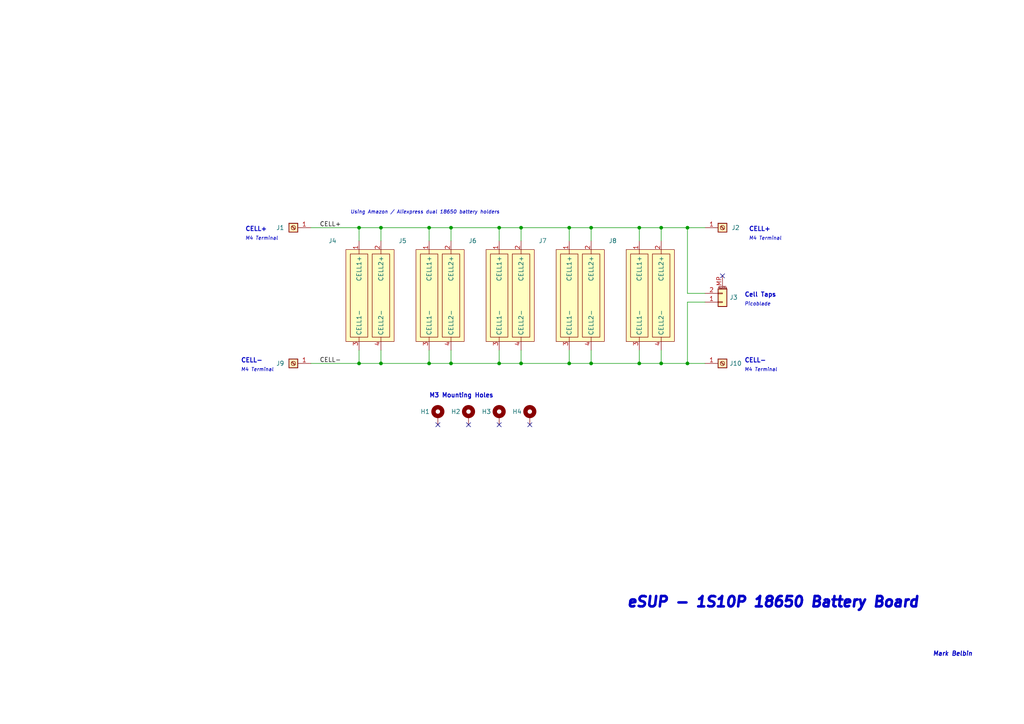
<source format=kicad_sch>
(kicad_sch (version 20230121) (generator eeschema)

  (uuid dea8a2e8-7e59-47d6-a3b4-1efafcf9149e)

  (paper "A4")

  (title_block
    (title "eSUP - 1S10P 18650 Battery Board")
    (date "2023-11-11")
    (rev "V1")
  )

  (lib_symbols
    (symbol "Connector:Screw_Terminal_01x01" (pin_names (offset 1.016) hide) (in_bom yes) (on_board yes)
      (property "Reference" "J" (at 0 2.54 0)
        (effects (font (size 1.27 1.27)))
      )
      (property "Value" "Screw_Terminal_01x01" (at 0 -2.54 0)
        (effects (font (size 1.27 1.27)))
      )
      (property "Footprint" "" (at 0 0 0)
        (effects (font (size 1.27 1.27)) hide)
      )
      (property "Datasheet" "~" (at 0 0 0)
        (effects (font (size 1.27 1.27)) hide)
      )
      (property "ki_keywords" "screw terminal" (at 0 0 0)
        (effects (font (size 1.27 1.27)) hide)
      )
      (property "ki_description" "Generic screw terminal, single row, 01x01, script generated (kicad-library-utils/schlib/autogen/connector/)" (at 0 0 0)
        (effects (font (size 1.27 1.27)) hide)
      )
      (property "ki_fp_filters" "TerminalBlock*:*" (at 0 0 0)
        (effects (font (size 1.27 1.27)) hide)
      )
      (symbol "Screw_Terminal_01x01_1_1"
        (rectangle (start -1.27 1.27) (end 1.27 -1.27)
          (stroke (width 0.254) (type default))
          (fill (type background))
        )
        (polyline
          (pts
            (xy -0.5334 0.3302)
            (xy 0.3302 -0.508)
          )
          (stroke (width 0.1524) (type default))
          (fill (type none))
        )
        (polyline
          (pts
            (xy -0.3556 0.508)
            (xy 0.508 -0.3302)
          )
          (stroke (width 0.1524) (type default))
          (fill (type none))
        )
        (circle (center 0 0) (radius 0.635)
          (stroke (width 0.1524) (type default))
          (fill (type none))
        )
        (pin passive line (at -5.08 0 0) (length 3.81)
          (name "Pin_1" (effects (font (size 1.27 1.27))))
          (number "1" (effects (font (size 1.27 1.27))))
        )
      )
    )
    (symbol "Connector_Generic_MountingPin:Conn_01x02_MountingPin" (pin_names (offset 1.016) hide) (in_bom yes) (on_board yes)
      (property "Reference" "J" (at 0 2.54 0)
        (effects (font (size 1.27 1.27)))
      )
      (property "Value" "Conn_01x02_MountingPin" (at 1.27 -5.08 0)
        (effects (font (size 1.27 1.27)) (justify left))
      )
      (property "Footprint" "" (at 0 0 0)
        (effects (font (size 1.27 1.27)) hide)
      )
      (property "Datasheet" "~" (at 0 0 0)
        (effects (font (size 1.27 1.27)) hide)
      )
      (property "ki_keywords" "connector" (at 0 0 0)
        (effects (font (size 1.27 1.27)) hide)
      )
      (property "ki_description" "Generic connectable mounting pin connector, single row, 01x02, script generated (kicad-library-utils/schlib/autogen/connector/)" (at 0 0 0)
        (effects (font (size 1.27 1.27)) hide)
      )
      (property "ki_fp_filters" "Connector*:*_1x??-1MP*" (at 0 0 0)
        (effects (font (size 1.27 1.27)) hide)
      )
      (symbol "Conn_01x02_MountingPin_1_1"
        (rectangle (start -1.27 -2.413) (end 0 -2.667)
          (stroke (width 0.1524) (type default))
          (fill (type none))
        )
        (rectangle (start -1.27 0.127) (end 0 -0.127)
          (stroke (width 0.1524) (type default))
          (fill (type none))
        )
        (rectangle (start -1.27 1.27) (end 1.27 -3.81)
          (stroke (width 0.254) (type default))
          (fill (type background))
        )
        (polyline
          (pts
            (xy -1.016 -4.572)
            (xy 1.016 -4.572)
          )
          (stroke (width 0.1524) (type default))
          (fill (type none))
        )
        (text "Mounting" (at 0 -4.191 0)
          (effects (font (size 0.381 0.381)))
        )
        (pin passive line (at -5.08 0 0) (length 3.81)
          (name "Pin_1" (effects (font (size 1.27 1.27))))
          (number "1" (effects (font (size 1.27 1.27))))
        )
        (pin passive line (at -5.08 -2.54 0) (length 3.81)
          (name "Pin_2" (effects (font (size 1.27 1.27))))
          (number "2" (effects (font (size 1.27 1.27))))
        )
        (pin passive line (at 0 -7.62 90) (length 3.048)
          (name "MountPin" (effects (font (size 1.27 1.27))))
          (number "MP" (effects (font (size 1.27 1.27))))
        )
      )
    )
    (symbol "Mechanical:MountingHole_Pad" (pin_numbers hide) (pin_names (offset 1.016) hide) (in_bom yes) (on_board yes)
      (property "Reference" "H" (at 0 6.35 0)
        (effects (font (size 1.27 1.27)))
      )
      (property "Value" "MountingHole_Pad" (at 0 4.445 0)
        (effects (font (size 1.27 1.27)))
      )
      (property "Footprint" "" (at 0 0 0)
        (effects (font (size 1.27 1.27)) hide)
      )
      (property "Datasheet" "~" (at 0 0 0)
        (effects (font (size 1.27 1.27)) hide)
      )
      (property "ki_keywords" "mounting hole" (at 0 0 0)
        (effects (font (size 1.27 1.27)) hide)
      )
      (property "ki_description" "Mounting Hole with connection" (at 0 0 0)
        (effects (font (size 1.27 1.27)) hide)
      )
      (property "ki_fp_filters" "MountingHole*Pad*" (at 0 0 0)
        (effects (font (size 1.27 1.27)) hide)
      )
      (symbol "MountingHole_Pad_0_1"
        (circle (center 0 1.27) (radius 1.27)
          (stroke (width 1.27) (type default))
          (fill (type none))
        )
      )
      (symbol "MountingHole_Pad_1_1"
        (pin input line (at 0 -2.54 90) (length 2.54)
          (name "1" (effects (font (size 1.27 1.27))))
          (number "1" (effects (font (size 1.27 1.27))))
        )
      )
    )
    (symbol "battery_holder:dual_18650_battery_holder" (in_bom yes) (on_board yes)
      (property "Reference" "J" (at 8.89 13.97 0)
        (effects (font (size 1.27 1.27)))
      )
      (property "Value" "dual_18650_battery_holder" (at 21.59 11.43 0)
        (effects (font (size 1.27 1.27)))
      )
      (property "Footprint" "" (at 0 6.35 0)
        (effects (font (size 1.27 1.27)) hide)
      )
      (property "Datasheet" "" (at 0 6.35 0)
        (effects (font (size 1.27 1.27)) hide)
      )
      (symbol "dual_18650_battery_holder_0_0"
        (text_box ""
          (at -5.08 11.43 0) (size 5.08 -24.13)
          (stroke (width 0) (type default))
          (fill (type none))
          (effects (font (size 1.27 1.27)) (justify left top))
        )
      )
      (symbol "dual_18650_battery_holder_1_1"
        (rectangle (start -6.35 12.7) (end 7.62 -13.97)
          (stroke (width 0) (type default))
          (fill (type background))
        )
        (rectangle (start 1.27 11.43) (end 6.35 -12.7)
          (stroke (width 0) (type default))
          (fill (type none))
        )
        (pin passive line (at -2.54 15.24 270) (length 3.81)
          (name "CELL1+" (effects (font (size 1.27 1.27))))
          (number "1" (effects (font (size 1.27 1.27))))
        )
        (pin passive line (at 3.81 15.24 270) (length 3.81)
          (name "CELL2+" (effects (font (size 1.27 1.27))))
          (number "2" (effects (font (size 1.27 1.27))))
        )
        (pin passive line (at -2.54 -16.51 90) (length 3.81)
          (name "CELL1-" (effects (font (size 1.27 1.27))))
          (number "3" (effects (font (size 1.27 1.27))))
        )
        (pin passive line (at 3.81 -16.51 90) (length 3.81)
          (name "CELL2-" (effects (font (size 1.27 1.27))))
          (number "4" (effects (font (size 1.27 1.27))))
        )
      )
    )
  )

  (junction (at 185.42 66.04) (diameter 0) (color 0 0 0 0)
    (uuid 0c161957-82c6-4b20-ac96-8ef3404d8bd7)
  )
  (junction (at 144.78 66.04) (diameter 0) (color 0 0 0 0)
    (uuid 148fb80e-83e4-46fc-8c7f-5dbcab1be03a)
  )
  (junction (at 171.45 105.41) (diameter 0) (color 0 0 0 0)
    (uuid 153638c4-2cc9-4ce8-b91c-6164f7543231)
  )
  (junction (at 144.78 105.41) (diameter 0) (color 0 0 0 0)
    (uuid 2d77cbc9-c746-4a7a-a21b-8d947d87c1ab)
  )
  (junction (at 185.42 105.41) (diameter 0) (color 0 0 0 0)
    (uuid 3bb508e1-cc38-4bea-a7f5-ca264d058d3b)
  )
  (junction (at 165.1 66.04) (diameter 0) (color 0 0 0 0)
    (uuid 4b1dd8bc-9731-4dab-80ca-7a17c9a261f4)
  )
  (junction (at 130.81 66.04) (diameter 0) (color 0 0 0 0)
    (uuid 51aa9c36-8a67-4822-9a9e-5661ada3835f)
  )
  (junction (at 199.39 66.04) (diameter 0) (color 0 0 0 0)
    (uuid 68dd5a3a-dbbf-4ae1-9bb9-b8783a74ca85)
  )
  (junction (at 110.49 105.41) (diameter 0) (color 0 0 0 0)
    (uuid 6999f29b-6fef-4a9d-80c8-5e259ac27f69)
  )
  (junction (at 199.39 105.41) (diameter 0) (color 0 0 0 0)
    (uuid 6ed98fd8-2d45-472c-8b99-6ff61737847e)
  )
  (junction (at 191.77 105.41) (diameter 0) (color 0 0 0 0)
    (uuid 71932643-e80b-4e7b-a101-9d18ddf27e2b)
  )
  (junction (at 110.49 66.04) (diameter 0) (color 0 0 0 0)
    (uuid 7ca48b76-320d-459c-9eca-0562171e1a33)
  )
  (junction (at 130.81 105.41) (diameter 0) (color 0 0 0 0)
    (uuid 80ea01f9-d71d-404f-b3f1-b043dc49c04c)
  )
  (junction (at 104.14 66.04) (diameter 0) (color 0 0 0 0)
    (uuid 8a5bcc2e-541c-4410-8122-aa54f383264b)
  )
  (junction (at 171.45 66.04) (diameter 0) (color 0 0 0 0)
    (uuid 9497118d-362d-40f3-bb00-1be4fbd0b0e3)
  )
  (junction (at 151.13 66.04) (diameter 0) (color 0 0 0 0)
    (uuid a4862383-383f-4038-9382-66fd2ceb289c)
  )
  (junction (at 104.14 105.41) (diameter 0) (color 0 0 0 0)
    (uuid a8781436-588d-481a-ae43-5c62ee9d690e)
  )
  (junction (at 151.13 105.41) (diameter 0) (color 0 0 0 0)
    (uuid b06d540a-304b-4809-8bba-e689a7530fc7)
  )
  (junction (at 165.1 105.41) (diameter 0) (color 0 0 0 0)
    (uuid b4d6fa84-f657-401d-9cdc-27e91528bb75)
  )
  (junction (at 191.77 66.04) (diameter 0) (color 0 0 0 0)
    (uuid cc9b1bf1-d09b-435f-a29c-7aeac85a7c39)
  )
  (junction (at 124.46 105.41) (diameter 0) (color 0 0 0 0)
    (uuid d170b08f-b8c1-4b7b-b0c0-f618f2ced63b)
  )
  (junction (at 124.46 66.04) (diameter 0) (color 0 0 0 0)
    (uuid fcf20438-68a9-4606-a4de-3a0737690c9a)
  )

  (no_connect (at 144.78 123.19) (uuid 0141fc6c-9084-44ba-9d26-540913a8f9d9))
  (no_connect (at 127 123.19) (uuid 052bc8ad-2939-4be8-81a8-2ec374996d32))
  (no_connect (at 209.55 80.01) (uuid 481eb492-d3c5-4ecb-82a4-33b967eb9442))
  (no_connect (at 135.89 123.19) (uuid b83a853f-1e4d-45fe-b5f5-84f81b0daba6))
  (no_connect (at 153.67 123.19) (uuid ea6d21ca-3be1-47d5-9d37-7a28ecaba210))

  (wire (pts (xy 199.39 66.04) (xy 204.47 66.04))
    (stroke (width 0) (type default))
    (uuid 0109e8f6-fe52-41a9-81ef-a672736cebff)
  )
  (wire (pts (xy 104.14 105.41) (xy 110.49 105.41))
    (stroke (width 0) (type default))
    (uuid 0665398c-edf4-4cf3-baa1-a3fbd65b18c0)
  )
  (wire (pts (xy 104.14 66.04) (xy 104.14 69.85))
    (stroke (width 0) (type default))
    (uuid 08491756-0752-4105-843b-aec0fe073bbe)
  )
  (wire (pts (xy 124.46 66.04) (xy 124.46 69.85))
    (stroke (width 0) (type default))
    (uuid 0991068a-d1f8-4bf4-abc8-ab17978f8501)
  )
  (wire (pts (xy 90.17 66.04) (xy 104.14 66.04))
    (stroke (width 0) (type default))
    (uuid 0f55d1d9-be5b-4b7e-adc9-505e1ac8d1b9)
  )
  (wire (pts (xy 130.81 66.04) (xy 144.78 66.04))
    (stroke (width 0) (type default))
    (uuid 17d4e56a-5b19-4e4f-a6a6-06947f9a93ca)
  )
  (wire (pts (xy 171.45 66.04) (xy 185.42 66.04))
    (stroke (width 0) (type default))
    (uuid 1fbd312e-12a9-4b8b-88bc-d0fb0c110fad)
  )
  (wire (pts (xy 90.17 105.41) (xy 104.14 105.41))
    (stroke (width 0) (type default))
    (uuid 2049fe22-348f-46df-b710-1cd3377f302c)
  )
  (wire (pts (xy 185.42 105.41) (xy 185.42 101.6))
    (stroke (width 0) (type default))
    (uuid 27be46c5-7d76-4376-a44b-6abb6c36e980)
  )
  (wire (pts (xy 185.42 105.41) (xy 191.77 105.41))
    (stroke (width 0) (type default))
    (uuid 354ef3c0-1f14-4988-9744-8b54eeade1ed)
  )
  (wire (pts (xy 185.42 66.04) (xy 191.77 66.04))
    (stroke (width 0) (type default))
    (uuid 36d6b862-0b0d-4f72-97e8-34afd659038f)
  )
  (wire (pts (xy 144.78 66.04) (xy 151.13 66.04))
    (stroke (width 0) (type default))
    (uuid 3a3f1f57-1349-4df9-abe5-7218a08d5f7e)
  )
  (wire (pts (xy 130.81 105.41) (xy 130.81 101.6))
    (stroke (width 0) (type default))
    (uuid 3c66a5a5-87fc-4fae-b1c5-3dd77700ed03)
  )
  (wire (pts (xy 110.49 105.41) (xy 124.46 105.41))
    (stroke (width 0) (type default))
    (uuid 3edaae94-3631-438f-b196-f0f5c98b8ffd)
  )
  (wire (pts (xy 144.78 105.41) (xy 151.13 105.41))
    (stroke (width 0) (type default))
    (uuid 463e787a-beed-4d94-a188-d92b5eea6460)
  )
  (wire (pts (xy 124.46 105.41) (xy 124.46 101.6))
    (stroke (width 0) (type default))
    (uuid 4d2bf42e-9ca9-4ad2-ad95-9ef3c2813147)
  )
  (wire (pts (xy 165.1 66.04) (xy 165.1 69.85))
    (stroke (width 0) (type default))
    (uuid 4ff5da9c-577b-4906-b3a9-962cc97770e5)
  )
  (wire (pts (xy 110.49 105.41) (xy 110.49 101.6))
    (stroke (width 0) (type default))
    (uuid 56e68eb9-14f9-47b2-a543-9a4dc18e7b3c)
  )
  (wire (pts (xy 151.13 66.04) (xy 151.13 69.85))
    (stroke (width 0) (type default))
    (uuid 5732f313-c285-4382-8168-af70594eb64b)
  )
  (wire (pts (xy 104.14 66.04) (xy 110.49 66.04))
    (stroke (width 0) (type default))
    (uuid 6cefa06a-e39d-46ec-b351-890c524ca0cd)
  )
  (wire (pts (xy 191.77 66.04) (xy 191.77 69.85))
    (stroke (width 0) (type default))
    (uuid 6de6681c-7bbd-4863-a6a7-c42ec27b13f0)
  )
  (wire (pts (xy 110.49 66.04) (xy 124.46 66.04))
    (stroke (width 0) (type default))
    (uuid 6f7f2001-5b1c-4ec1-8a86-f3e0cb6dc25a)
  )
  (wire (pts (xy 199.39 87.63) (xy 199.39 105.41))
    (stroke (width 0) (type default))
    (uuid 714d54e3-36a4-4214-9295-139bde0da6a8)
  )
  (wire (pts (xy 185.42 66.04) (xy 185.42 69.85))
    (stroke (width 0) (type default))
    (uuid 8136bef2-e253-4e2a-8d73-c1aa08329df0)
  )
  (wire (pts (xy 165.1 105.41) (xy 171.45 105.41))
    (stroke (width 0) (type default))
    (uuid 81e84620-c288-4f64-b895-4dffa865b65b)
  )
  (wire (pts (xy 191.77 105.41) (xy 199.39 105.41))
    (stroke (width 0) (type default))
    (uuid 8387f4b6-6725-4cff-a2aa-340fb0e71db0)
  )
  (wire (pts (xy 151.13 105.41) (xy 165.1 105.41))
    (stroke (width 0) (type default))
    (uuid 8dbc9ec0-8627-414f-895e-ca1586b7b5f4)
  )
  (wire (pts (xy 130.81 66.04) (xy 130.81 69.85))
    (stroke (width 0) (type default))
    (uuid 9c6beffb-52b9-4fb7-9d84-84eb48867816)
  )
  (wire (pts (xy 199.39 105.41) (xy 204.47 105.41))
    (stroke (width 0) (type default))
    (uuid 9e6b9f58-b7f3-460e-9f72-d7b761e5b439)
  )
  (wire (pts (xy 171.45 105.41) (xy 171.45 101.6))
    (stroke (width 0) (type default))
    (uuid a8407f43-2308-4cff-b215-acb6b58ecaf1)
  )
  (wire (pts (xy 124.46 66.04) (xy 130.81 66.04))
    (stroke (width 0) (type default))
    (uuid abf0bcdd-2110-4800-9c73-117cfed75734)
  )
  (wire (pts (xy 165.1 105.41) (xy 165.1 101.6))
    (stroke (width 0) (type default))
    (uuid aeb21573-1323-4ac6-96dc-d7361335ddfe)
  )
  (wire (pts (xy 204.47 85.09) (xy 199.39 85.09))
    (stroke (width 0) (type default))
    (uuid afbd2299-efb9-4652-b262-35dcf5d7af28)
  )
  (wire (pts (xy 104.14 105.41) (xy 104.14 101.6))
    (stroke (width 0) (type default))
    (uuid afc1d4ad-991d-47d7-8823-b4a232e3bfa8)
  )
  (wire (pts (xy 165.1 66.04) (xy 171.45 66.04))
    (stroke (width 0) (type default))
    (uuid b4155676-e78b-407e-b9f5-4e5204d6c3dd)
  )
  (wire (pts (xy 151.13 105.41) (xy 151.13 101.6))
    (stroke (width 0) (type default))
    (uuid b972cb8f-e8f1-45f1-9f88-dd1d3cea21cb)
  )
  (wire (pts (xy 124.46 105.41) (xy 130.81 105.41))
    (stroke (width 0) (type default))
    (uuid bf8dca0a-186d-4b5b-b329-3205d0c937ec)
  )
  (wire (pts (xy 130.81 105.41) (xy 144.78 105.41))
    (stroke (width 0) (type default))
    (uuid c9c5d069-804c-4656-a054-5218757d9dc1)
  )
  (wire (pts (xy 199.39 85.09) (xy 199.39 66.04))
    (stroke (width 0) (type default))
    (uuid cbda4c58-61e1-4adb-be84-4c02b8755568)
  )
  (wire (pts (xy 171.45 66.04) (xy 171.45 69.85))
    (stroke (width 0) (type default))
    (uuid cee2bd80-c32c-412b-9135-52fe0f8a8b40)
  )
  (wire (pts (xy 144.78 105.41) (xy 144.78 101.6))
    (stroke (width 0) (type default))
    (uuid d16f6a94-ef52-491f-977b-633980b038a1)
  )
  (wire (pts (xy 144.78 66.04) (xy 144.78 69.85))
    (stroke (width 0) (type default))
    (uuid d27820e0-ddfe-4c20-a349-eb6198e2b48c)
  )
  (wire (pts (xy 191.77 66.04) (xy 199.39 66.04))
    (stroke (width 0) (type default))
    (uuid dc6e8a27-b039-4a3f-a78c-d5aff478f065)
  )
  (wire (pts (xy 191.77 105.41) (xy 191.77 101.6))
    (stroke (width 0) (type default))
    (uuid de16860a-1fde-4fc8-adfc-998ff5204d6a)
  )
  (wire (pts (xy 204.47 87.63) (xy 199.39 87.63))
    (stroke (width 0) (type default))
    (uuid ecd1e893-00f6-4490-ae08-0df0a5500427)
  )
  (wire (pts (xy 110.49 66.04) (xy 110.49 69.85))
    (stroke (width 0) (type default))
    (uuid f1b8745b-3dbf-4310-91ee-baaa3e7751ce)
  )
  (wire (pts (xy 151.13 66.04) (xy 165.1 66.04))
    (stroke (width 0) (type default))
    (uuid fc190493-39ed-46b3-8e49-d4082ee6874d)
  )
  (wire (pts (xy 171.45 105.41) (xy 185.42 105.41))
    (stroke (width 0) (type default))
    (uuid ff0a40ee-3fb8-4712-a3fa-707c8f1a1e5b)
  )

  (text "CELL+" (at 71.12 67.31 0)
    (effects (font (size 1.27 1.27) (thickness 0.254) bold) (justify left bottom))
    (uuid 0bf5aaad-6b9c-4ce2-821f-bd59520885ce)
  )
  (text "Mark Belbin" (at 270.51 190.5 0)
    (effects (font (size 1.27 1.27) (thickness 0.254) bold italic) (justify left bottom))
    (uuid 0f83a457-b092-453e-bb0d-aa65e17d30a3)
  )
  (text "Cell Taps" (at 215.9 86.36 0)
    (effects (font (size 1.27 1.27) (thickness 0.254) bold) (justify left bottom))
    (uuid 125570e6-19af-4e4f-b3ff-1bfddfc227e4)
  )
  (text "eSUP - 1S10P 18650 Battery Board" (at 181.61 176.53 0)
    (effects (font (size 3 3) (thickness 0.762) bold italic) (justify left bottom))
    (uuid 20af1901-2364-4f93-a47e-eb11dd90a07a)
  )
  (text "M4 Terminal\n" (at 217.17 69.85 0)
    (effects (font (size 1.016 1.016) italic) (justify left bottom))
    (uuid 6413004d-8df5-4fb0-9c54-e10897d48fa8)
  )
  (text "Picoblade" (at 215.9 88.9 0)
    (effects (font (size 1.016 1.016) italic) (justify left bottom))
    (uuid 760e3af4-b354-4b62-ba0f-e4fa871d4296)
  )
  (text "M4 Terminal\n" (at 215.9 107.95 0)
    (effects (font (size 1.016 1.016) italic) (justify left bottom))
    (uuid 87b43ca0-66fe-48d7-8485-6d08ad96d1af)
  )
  (text "CELL-" (at 215.9 105.41 0)
    (effects (font (size 1.27 1.27) (thickness 0.254) bold) (justify left bottom))
    (uuid b93abb41-7f68-4387-94cc-8cd7c35f48f4)
  )
  (text "M3 Mounting Holes" (at 124.46 115.57 0)
    (effects (font (size 1.27 1.27) (thickness 0.254) bold) (justify left bottom))
    (uuid bde21b56-8180-4c4c-999b-c75b8173efd9)
  )
  (text "Using Amazon / Aliexpress dual 18650 battery holders\n"
    (at 101.6 62.23 0)
    (effects (font (size 1.016 1.016) italic) (justify left bottom))
    (uuid d6d2ecaf-8827-412f-a3d4-81f5bc3f716c)
  )
  (text "CELL-" (at 69.85 105.41 0)
    (effects (font (size 1.27 1.27) (thickness 0.254) bold) (justify left bottom))
    (uuid e7b9a140-78dd-4563-8c00-5201555882cc)
  )
  (text "M4 Terminal\n" (at 71.12 69.85 0)
    (effects (font (size 1.016 1.016) italic) (justify left bottom))
    (uuid e852fb19-2a36-4c08-8bc8-bb714c78e4ad)
  )
  (text "M4 Terminal\n" (at 69.85 107.95 0)
    (effects (font (size 1.016 1.016) italic) (justify left bottom))
    (uuid f394261d-56c2-411b-a478-c1231b48446d)
  )
  (text "CELL+" (at 217.17 67.31 0)
    (effects (font (size 1.27 1.27) (thickness 0.254) bold) (justify left bottom))
    (uuid fc5f0b44-3e2e-47f2-a104-fe6642772c87)
  )

  (label "CELL+" (at 92.71 66.04 0) (fields_autoplaced)
    (effects (font (size 1.27 1.27)) (justify left bottom))
    (uuid 5f860496-a9d2-4bfe-ab79-e7361a58cb68)
  )
  (label "CELL-" (at 92.71 105.41 0) (fields_autoplaced)
    (effects (font (size 1.27 1.27)) (justify left bottom))
    (uuid cdcaea01-439e-4f72-8ebd-2625f1591c38)
  )

  (symbol (lib_id "Connector:Screw_Terminal_01x01") (at 85.09 66.04 180) (unit 1)
    (in_bom yes) (on_board yes) (dnp no)
    (uuid 1add1135-b023-4fc4-b0f6-a225770f0aee)
    (property "Reference" "J1" (at 81.28 66.04 0)
      (effects (font (size 1.27 1.27)))
    )
    (property "Value" "Screw_Terminal_01x01" (at 83.058 64.7954 0)
      (effects (font (size 1.27 1.27)) (justify left) hide)
    )
    (property "Footprint" "battery_holder:Wurth_746600430R" (at 85.09 66.04 0)
      (effects (font (size 1.27 1.27)) hide)
    )
    (property "Datasheet" "~" (at 85.09 66.04 0)
      (effects (font (size 1.27 1.27)) hide)
    )
    (property "MFG" "Würth Elektronik" (at 85.09 66.04 0)
      (effects (font (size 1.27 1.27)) hide)
    )
    (property "MFG PN" "746600430R" (at 85.09 66.04 0)
      (effects (font (size 1.27 1.27)) hide)
    )
    (pin "1" (uuid d029f7fd-026c-43d0-a131-144770a1d6c5))
    (instances
      (project "bms"
        (path "/a4805e9d-b940-444e-a7cb-db4f4c53ed46"
          (reference "J1") (unit 1)
        )
      )
      (project "10p-battery-holder"
        (path "/dea8a2e8-7e59-47d6-a3b4-1efafcf9149e"
          (reference "J1") (unit 1)
        )
      )
    )
  )

  (symbol (lib_id "battery_holder:dual_18650_battery_holder") (at 147.32 85.09 0) (unit 1)
    (in_bom yes) (on_board yes) (dnp no)
    (uuid 4c3a5cec-275b-4154-8370-d2fde3ddb61f)
    (property "Reference" "J6" (at 135.89 69.85 0)
      (effects (font (size 1.27 1.27)) (justify left))
    )
    (property "Value" "dual_18650_battery_holder" (at 156.21 86.995 0)
      (effects (font (size 1.27 1.27)) (justify left) hide)
    )
    (property "Footprint" "battery_holder:dual_18650_battery_holder" (at 147.32 78.74 0)
      (effects (font (size 1.27 1.27)) hide)
    )
    (property "Datasheet" "" (at 147.32 78.74 0)
      (effects (font (size 1.27 1.27)) hide)
    )
    (pin "1" (uuid 5f7fd0ce-a785-4f83-b274-019e4e94c67b))
    (pin "2" (uuid d1fee1c9-693f-4903-a95b-4b9bb682b776))
    (pin "3" (uuid 134a398b-e23a-4ae8-9881-7cae7986e6df))
    (pin "4" (uuid 59347adc-bfdd-4c28-96a3-06d28e9798f0))
    (instances
      (project "10p-battery-holder"
        (path "/dea8a2e8-7e59-47d6-a3b4-1efafcf9149e"
          (reference "J6") (unit 1)
        )
      )
    )
  )

  (symbol (lib_id "Mechanical:MountingHole_Pad") (at 127 120.65 0) (unit 1)
    (in_bom yes) (on_board yes) (dnp no)
    (uuid 4dc6bd35-267b-40cd-88ac-3462b284f684)
    (property "Reference" "H1" (at 121.92 119.38 0)
      (effects (font (size 1.27 1.27)) (justify left))
    )
    (property "Value" "MountingHole_Pad" (at 129.54 121.7168 0)
      (effects (font (size 1.27 1.27)) (justify left) hide)
    )
    (property "Footprint" "MountingHole:MountingHole_3.2mm_M3_Pad_Via" (at 127 120.65 0)
      (effects (font (size 1.27 1.27)) hide)
    )
    (property "Datasheet" "~" (at 127 120.65 0)
      (effects (font (size 1.27 1.27)) hide)
    )
    (pin "1" (uuid 937a6c09-9e54-4514-9726-568b4ebbf752))
    (instances
      (project "bms"
        (path "/a4805e9d-b940-444e-a7cb-db4f4c53ed46"
          (reference "H1") (unit 1)
        )
      )
      (project "10p-battery-holder"
        (path "/dea8a2e8-7e59-47d6-a3b4-1efafcf9149e"
          (reference "H1") (unit 1)
        )
      )
    )
  )

  (symbol (lib_id "battery_holder:dual_18650_battery_holder") (at 187.96 85.09 0) (unit 1)
    (in_bom yes) (on_board yes) (dnp no)
    (uuid 5018faaf-25b0-4434-a3cd-4b96c8b29247)
    (property "Reference" "J8" (at 176.53 69.85 0)
      (effects (font (size 1.27 1.27)) (justify left))
    )
    (property "Value" "dual_18650_battery_holder" (at 196.85 86.995 0)
      (effects (font (size 1.27 1.27)) (justify left) hide)
    )
    (property "Footprint" "battery_holder:dual_18650_battery_holder" (at 187.96 78.74 0)
      (effects (font (size 1.27 1.27)) hide)
    )
    (property "Datasheet" "" (at 187.96 78.74 0)
      (effects (font (size 1.27 1.27)) hide)
    )
    (pin "1" (uuid 6af05fb0-4b7f-411e-bec4-10d24a6512d7))
    (pin "2" (uuid c52d85f7-bcd2-4225-ac48-5be57265ef8d))
    (pin "3" (uuid 9142049e-d909-44ae-8c31-adec0991dbcc))
    (pin "4" (uuid 21e1f03d-0e8d-471b-81b9-cc6a8804081c))
    (instances
      (project "10p-battery-holder"
        (path "/dea8a2e8-7e59-47d6-a3b4-1efafcf9149e"
          (reference "J8") (unit 1)
        )
      )
    )
  )

  (symbol (lib_id "Connector:Screw_Terminal_01x01") (at 209.55 66.04 0) (unit 1)
    (in_bom yes) (on_board yes) (dnp no)
    (uuid 5174185e-1d26-4b08-b4f3-3926966004ff)
    (property "Reference" "J1" (at 213.36 66.04 0)
      (effects (font (size 1.27 1.27)))
    )
    (property "Value" "Screw_Terminal_01x01" (at 211.582 67.2846 0)
      (effects (font (size 1.27 1.27)) (justify left) hide)
    )
    (property "Footprint" "battery_holder:Wurth_746600430R" (at 209.55 66.04 0)
      (effects (font (size 1.27 1.27)) hide)
    )
    (property "Datasheet" "~" (at 209.55 66.04 0)
      (effects (font (size 1.27 1.27)) hide)
    )
    (property "MFG" "Würth Elektronik" (at 209.55 66.04 0)
      (effects (font (size 1.27 1.27)) hide)
    )
    (property "MFG PN" "746600430R" (at 209.55 66.04 0)
      (effects (font (size 1.27 1.27)) hide)
    )
    (pin "1" (uuid 381fc7ff-d6d9-4ac9-9a35-00bed9ee5f31))
    (instances
      (project "bms"
        (path "/a4805e9d-b940-444e-a7cb-db4f4c53ed46"
          (reference "J1") (unit 1)
        )
      )
      (project "10p-battery-holder"
        (path "/dea8a2e8-7e59-47d6-a3b4-1efafcf9149e"
          (reference "J2") (unit 1)
        )
      )
    )
  )

  (symbol (lib_id "Mechanical:MountingHole_Pad") (at 135.89 120.65 0) (unit 1)
    (in_bom yes) (on_board yes) (dnp no)
    (uuid 640a877f-82cc-4f32-9449-7f1852062cfe)
    (property "Reference" "H1" (at 130.81 119.38 0)
      (effects (font (size 1.27 1.27)) (justify left))
    )
    (property "Value" "MountingHole_Pad" (at 138.43 121.7168 0)
      (effects (font (size 1.27 1.27)) (justify left) hide)
    )
    (property "Footprint" "MountingHole:MountingHole_3.2mm_M3_Pad_Via" (at 135.89 120.65 0)
      (effects (font (size 1.27 1.27)) hide)
    )
    (property "Datasheet" "~" (at 135.89 120.65 0)
      (effects (font (size 1.27 1.27)) hide)
    )
    (pin "1" (uuid 79b893ea-a6f7-4ed7-8895-5f35aec2c853))
    (instances
      (project "bms"
        (path "/a4805e9d-b940-444e-a7cb-db4f4c53ed46"
          (reference "H1") (unit 1)
        )
      )
      (project "10p-battery-holder"
        (path "/dea8a2e8-7e59-47d6-a3b4-1efafcf9149e"
          (reference "H2") (unit 1)
        )
      )
    )
  )

  (symbol (lib_id "Connector:Screw_Terminal_01x01") (at 85.09 105.41 180) (unit 1)
    (in_bom yes) (on_board yes) (dnp no)
    (uuid 8432d516-46ea-4288-b7ab-e317badf8fb3)
    (property "Reference" "J1" (at 81.28 105.41 0)
      (effects (font (size 1.27 1.27)))
    )
    (property "Value" "Screw_Terminal_01x01" (at 83.058 104.1654 0)
      (effects (font (size 1.27 1.27)) (justify left) hide)
    )
    (property "Footprint" "battery_holder:Wurth_746600430R" (at 85.09 105.41 0)
      (effects (font (size 1.27 1.27)) hide)
    )
    (property "Datasheet" "~" (at 85.09 105.41 0)
      (effects (font (size 1.27 1.27)) hide)
    )
    (property "MFG" "Würth Elektronik" (at 85.09 105.41 0)
      (effects (font (size 1.27 1.27)) hide)
    )
    (property "MFG PN" "746600430R" (at 85.09 105.41 0)
      (effects (font (size 1.27 1.27)) hide)
    )
    (pin "1" (uuid 61c314c5-e8d7-4a79-a1a2-1d235cd5c65f))
    (instances
      (project "bms"
        (path "/a4805e9d-b940-444e-a7cb-db4f4c53ed46"
          (reference "J1") (unit 1)
        )
      )
      (project "10p-battery-holder"
        (path "/dea8a2e8-7e59-47d6-a3b4-1efafcf9149e"
          (reference "J9") (unit 1)
        )
      )
    )
  )

  (symbol (lib_id "Mechanical:MountingHole_Pad") (at 153.67 120.65 0) (unit 1)
    (in_bom yes) (on_board yes) (dnp no)
    (uuid 9b2021d9-c319-4642-9de9-f40a6b86e1ad)
    (property "Reference" "H1" (at 148.59 119.38 0)
      (effects (font (size 1.27 1.27)) (justify left))
    )
    (property "Value" "MountingHole_Pad" (at 156.21 121.7168 0)
      (effects (font (size 1.27 1.27)) (justify left) hide)
    )
    (property "Footprint" "MountingHole:MountingHole_3.2mm_M3_Pad_Via" (at 153.67 120.65 0)
      (effects (font (size 1.27 1.27)) hide)
    )
    (property "Datasheet" "~" (at 153.67 120.65 0)
      (effects (font (size 1.27 1.27)) hide)
    )
    (pin "1" (uuid 156ac93a-87d2-4898-ab05-9f4510af6fff))
    (instances
      (project "bms"
        (path "/a4805e9d-b940-444e-a7cb-db4f4c53ed46"
          (reference "H1") (unit 1)
        )
      )
      (project "10p-battery-holder"
        (path "/dea8a2e8-7e59-47d6-a3b4-1efafcf9149e"
          (reference "H4") (unit 1)
        )
      )
    )
  )

  (symbol (lib_id "battery_holder:dual_18650_battery_holder") (at 167.64 85.09 0) (unit 1)
    (in_bom yes) (on_board yes) (dnp no)
    (uuid a00d267e-b36b-4078-8544-37f9e0f64caf)
    (property "Reference" "J7" (at 156.21 69.85 0)
      (effects (font (size 1.27 1.27)) (justify left))
    )
    (property "Value" "dual_18650_battery_holder" (at 176.53 86.995 0)
      (effects (font (size 1.27 1.27)) (justify left) hide)
    )
    (property "Footprint" "battery_holder:dual_18650_battery_holder" (at 167.64 78.74 0)
      (effects (font (size 1.27 1.27)) hide)
    )
    (property "Datasheet" "" (at 167.64 78.74 0)
      (effects (font (size 1.27 1.27)) hide)
    )
    (pin "1" (uuid f37cac89-38d3-4ba9-9e28-9bd3fef9253b))
    (pin "2" (uuid db392ae7-36e5-41ad-bcc4-f4c6b2c4f848))
    (pin "3" (uuid fed05868-6115-46ea-9ec6-00d069aac6b2))
    (pin "4" (uuid 38096f64-3af7-4df4-81f8-f6374d3ac421))
    (instances
      (project "10p-battery-holder"
        (path "/dea8a2e8-7e59-47d6-a3b4-1efafcf9149e"
          (reference "J7") (unit 1)
        )
      )
    )
  )

  (symbol (lib_id "battery_holder:dual_18650_battery_holder") (at 127 85.09 0) (unit 1)
    (in_bom yes) (on_board yes) (dnp no)
    (uuid adab1d4e-7f26-4456-a8e6-d502d145c966)
    (property "Reference" "J5" (at 115.57 69.85 0)
      (effects (font (size 1.27 1.27)) (justify left))
    )
    (property "Value" "dual_18650_battery_holder" (at 135.89 86.995 0)
      (effects (font (size 1.27 1.27)) (justify left) hide)
    )
    (property "Footprint" "battery_holder:dual_18650_battery_holder" (at 127 78.74 0)
      (effects (font (size 1.27 1.27)) hide)
    )
    (property "Datasheet" "" (at 127 78.74 0)
      (effects (font (size 1.27 1.27)) hide)
    )
    (pin "1" (uuid 41ac0684-7ecb-448e-ba20-8dc0d0aeb5e6))
    (pin "2" (uuid b1fac805-432f-4397-b64f-b83e6021be82))
    (pin "3" (uuid 55d37ab6-1b2b-4dad-bdb2-2fd0a238ba0d))
    (pin "4" (uuid 26360d1f-b22b-42a9-99ae-0a957251ff43))
    (instances
      (project "10p-battery-holder"
        (path "/dea8a2e8-7e59-47d6-a3b4-1efafcf9149e"
          (reference "J5") (unit 1)
        )
      )
    )
  )

  (symbol (lib_id "battery_holder:dual_18650_battery_holder") (at 106.68 85.09 0) (unit 1)
    (in_bom yes) (on_board yes) (dnp no)
    (uuid bfeb33d2-05e2-4e57-b6d8-36188a64e273)
    (property "Reference" "J4" (at 95.25 69.85 0)
      (effects (font (size 1.27 1.27)) (justify left))
    )
    (property "Value" "dual_18650_battery_holder" (at 115.57 86.995 0)
      (effects (font (size 1.27 1.27)) (justify left) hide)
    )
    (property "Footprint" "battery_holder:dual_18650_battery_holder" (at 106.68 78.74 0)
      (effects (font (size 1.27 1.27)) hide)
    )
    (property "Datasheet" "" (at 106.68 78.74 0)
      (effects (font (size 1.27 1.27)) hide)
    )
    (pin "1" (uuid 4fb6b026-bf63-4619-8514-ce4bdfe5f50c))
    (pin "2" (uuid a6474931-fc83-45c4-b43c-85fc9dfeaf30))
    (pin "3" (uuid a64af1c0-2f6b-4074-a5e9-8909ba19e34f))
    (pin "4" (uuid acb4f789-94bb-4ab6-b034-9db1fbd645b2))
    (instances
      (project "10p-battery-holder"
        (path "/dea8a2e8-7e59-47d6-a3b4-1efafcf9149e"
          (reference "J4") (unit 1)
        )
      )
    )
  )

  (symbol (lib_id "Connector:Screw_Terminal_01x01") (at 209.55 105.41 0) (unit 1)
    (in_bom yes) (on_board yes) (dnp no)
    (uuid e2ba193c-8c90-45b6-9638-a784cec74101)
    (property "Reference" "J1" (at 213.36 105.41 0)
      (effects (font (size 1.27 1.27)))
    )
    (property "Value" "Screw_Terminal_01x01" (at 211.582 106.6546 0)
      (effects (font (size 1.27 1.27)) (justify left) hide)
    )
    (property "Footprint" "battery_holder:Wurth_746600430R" (at 209.55 105.41 0)
      (effects (font (size 1.27 1.27)) hide)
    )
    (property "Datasheet" "~" (at 209.55 105.41 0)
      (effects (font (size 1.27 1.27)) hide)
    )
    (property "MFG" "Würth Elektronik" (at 209.55 105.41 0)
      (effects (font (size 1.27 1.27)) hide)
    )
    (property "MFG PN" "746600430R" (at 209.55 105.41 0)
      (effects (font (size 1.27 1.27)) hide)
    )
    (pin "1" (uuid 5b87c002-a018-4e86-8fb4-dfd000a67859))
    (instances
      (project "bms"
        (path "/a4805e9d-b940-444e-a7cb-db4f4c53ed46"
          (reference "J1") (unit 1)
        )
      )
      (project "10p-battery-holder"
        (path "/dea8a2e8-7e59-47d6-a3b4-1efafcf9149e"
          (reference "J10") (unit 1)
        )
      )
    )
  )

  (symbol (lib_id "Mechanical:MountingHole_Pad") (at 144.78 120.65 0) (unit 1)
    (in_bom yes) (on_board yes) (dnp no)
    (uuid eb6a78b9-de46-4026-b09d-56f99c1adfa2)
    (property "Reference" "H1" (at 139.7 119.38 0)
      (effects (font (size 1.27 1.27)) (justify left))
    )
    (property "Value" "MountingHole_Pad" (at 147.32 121.7168 0)
      (effects (font (size 1.27 1.27)) (justify left) hide)
    )
    (property "Footprint" "MountingHole:MountingHole_3.2mm_M3_Pad_Via" (at 144.78 120.65 0)
      (effects (font (size 1.27 1.27)) hide)
    )
    (property "Datasheet" "~" (at 144.78 120.65 0)
      (effects (font (size 1.27 1.27)) hide)
    )
    (pin "1" (uuid dad2279b-0e40-405c-81dc-a56008595bbc))
    (instances
      (project "bms"
        (path "/a4805e9d-b940-444e-a7cb-db4f4c53ed46"
          (reference "H1") (unit 1)
        )
      )
      (project "10p-battery-holder"
        (path "/dea8a2e8-7e59-47d6-a3b4-1efafcf9149e"
          (reference "H3") (unit 1)
        )
      )
    )
  )

  (symbol (lib_id "Connector_Generic_MountingPin:Conn_01x02_MountingPin") (at 209.55 87.63 0) (mirror x) (unit 1)
    (in_bom yes) (on_board yes) (dnp no)
    (uuid f427def4-a919-4474-a6cc-a68bf327d1dc)
    (property "Reference" "J6" (at 211.582 86.2584 0)
      (effects (font (size 1.27 1.27)) (justify left))
    )
    (property "Value" "Conn_01x02" (at 211.582 85.1154 0)
      (effects (font (size 1.27 1.27)) (justify left) hide)
    )
    (property "Footprint" "Connector_Molex:Molex_PicoBlade_53261-0271_1x02-1MP_P1.25mm_Horizontal" (at 209.55 87.63 0)
      (effects (font (size 1.27 1.27)) hide)
    )
    (property "Datasheet" "~" (at 209.55 87.63 0)
      (effects (font (size 1.27 1.27)) hide)
    )
    (property "MFG" "Molex" (at 209.55 87.63 0)
      (effects (font (size 1.27 1.27)) hide)
    )
    (property "MFG PN" "0532610271" (at 209.55 87.63 0)
      (effects (font (size 1.27 1.27)) hide)
    )
    (pin "1" (uuid 0dddedea-932e-4b27-b862-49b45ae5b38f))
    (pin "2" (uuid b01ed618-86c2-4e58-a29e-3b12f6f21f4b))
    (pin "MP" (uuid ea51468b-c3ea-474b-a8f8-b761c3d6890f))
    (instances
      (project "bms"
        (path "/a4805e9d-b940-444e-a7cb-db4f4c53ed46"
          (reference "J6") (unit 1)
        )
      )
      (project "10p-battery-holder"
        (path "/dea8a2e8-7e59-47d6-a3b4-1efafcf9149e"
          (reference "J3") (unit 1)
        )
      )
    )
  )

  (sheet_instances
    (path "/" (page "1"))
  )
)

</source>
